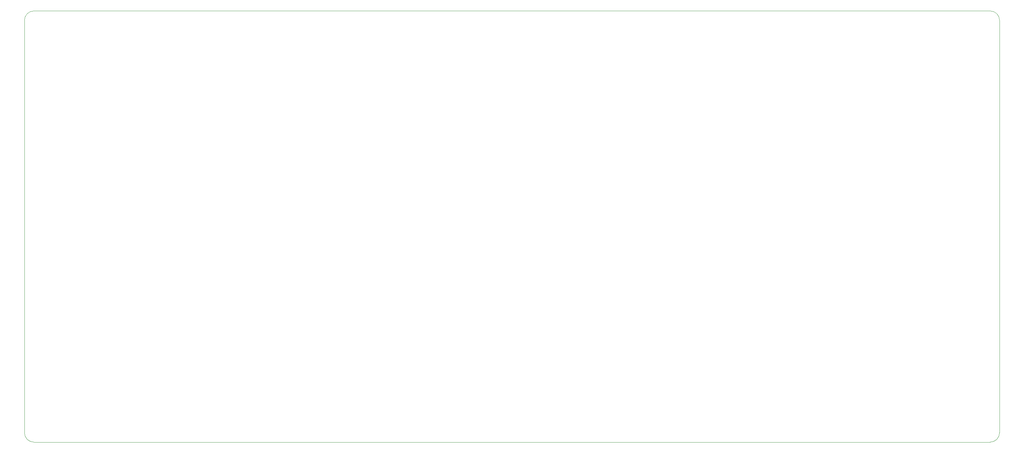
<source format=gbr>
G04 #@! TF.GenerationSoftware,KiCad,Pcbnew,(5.1.5)-3*
G04 #@! TF.CreationDate,2020-11-01T19:56:02+02:00*
G04 #@! TF.ProjectId,BLDC_FUSION_2020,424c4443-5f46-4555-9349-4f4e5f323032,2 Not Ordered*
G04 #@! TF.SameCoordinates,PX6dac2c0PY8583b00*
G04 #@! TF.FileFunction,Profile,NP*
%FSLAX46Y46*%
G04 Gerber Fmt 4.6, Leading zero omitted, Abs format (unit mm)*
G04 Created by KiCad (PCBNEW (5.1.5)-3) date 2020-11-01 19:56:02*
%MOMM*%
%LPD*%
G04 APERTURE LIST*
%ADD10C,0.050000*%
G04 APERTURE END LIST*
D10*
X257500000Y115000000D02*
G75*
G02X260000000Y112500000I0J-2500000D01*
G01*
X260000000Y2500000D02*
G75*
G02X257500000Y0I-2500000J0D01*
G01*
X2500000Y0D02*
G75*
G02X0Y2500000I0J2500000D01*
G01*
X0Y112500000D02*
G75*
G02X2500000Y115000000I2500000J0D01*
G01*
X257500000Y115000000D02*
X2500000Y115000000D01*
X260000000Y2500000D02*
X260000000Y112500000D01*
X2500000Y0D02*
X257500000Y0D01*
X0Y112500000D02*
X0Y2500000D01*
M02*

</source>
